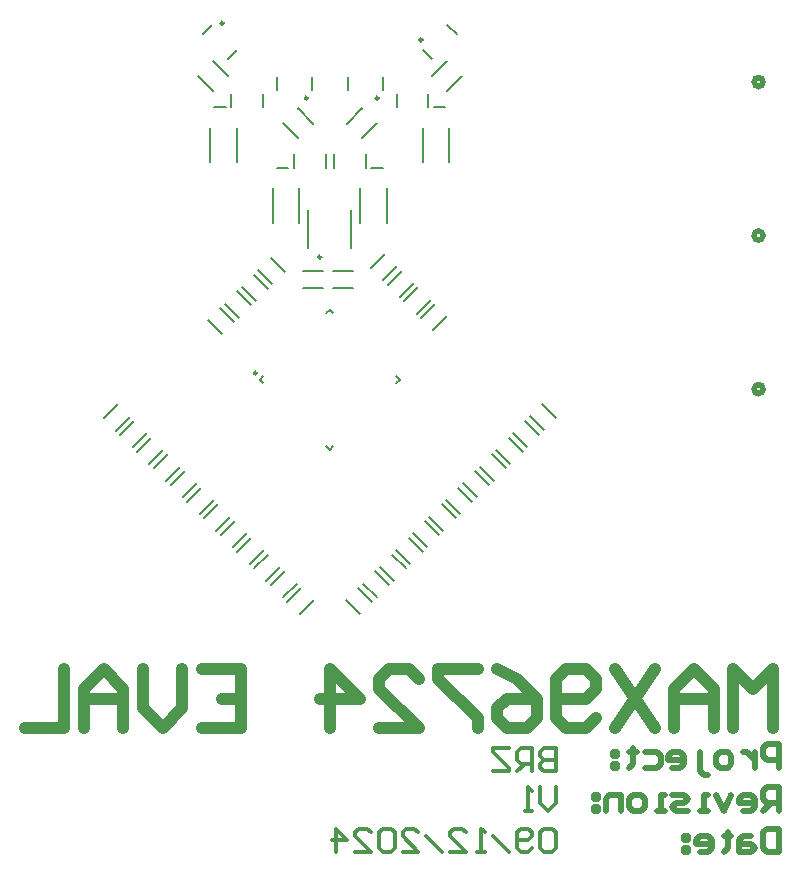
<source format=gbo>
G04*
G04 #@! TF.GenerationSoftware,Altium Limited,Altium Designer,24.4.1 (13)*
G04*
G04 Layer_Color=32896*
%FSLAX44Y44*%
%MOMM*%
G71*
G04*
G04 #@! TF.SameCoordinates,A59C2C85-A93C-4369-95B1-CFFD4854EA8D*
G04*
G04*
G04 #@! TF.FilePolarity,Positive*
G04*
G01*
G75*
%ADD11C,0.2500*%
%ADD12C,0.5080*%
%ADD13C,0.2000*%
%ADD69C,0.5000*%
%ADD105C,1.0000*%
%ADD112C,0.3500*%
D11*
X385018Y726910D02*
G03*
X385018Y726910I-1250J0D01*
G01*
X456250Y663500D02*
G03*
X456250Y663500I-1250J0D01*
G01*
X553340Y712768D02*
G03*
X553340Y712768I-1250J0D01*
G01*
X516250Y663500D02*
G03*
X516250Y663500I-1250J0D01*
G01*
X467750Y528779D02*
G03*
X467750Y528779I-1250J0D01*
G01*
X413317Y430657D02*
G03*
X413317Y430657I-1250J0D01*
G01*
D12*
X841810Y547034D02*
G03*
X841810Y547034I-3810J0D01*
G01*
Y677033D02*
G03*
X841810Y677033I-3810J0D01*
G01*
Y417034D02*
G03*
X841810Y417034I-3810J0D01*
G01*
D13*
X373500Y609469D02*
Y638531D01*
X396062Y638531D02*
X396062Y609469D01*
X563031Y656000D02*
X572531D01*
X531650Y655750D02*
Y667150D01*
X558350Y655750D02*
Y667150D01*
X430250Y604550D02*
X439750D01*
X444650Y615700D02*
X444650Y604300D01*
X471350D02*
X471350Y615700D01*
X426719Y557969D02*
X426719Y587031D01*
X449281Y587031D02*
X449281Y557969D01*
X391650Y655750D02*
Y667150D01*
X418350Y655750D02*
Y667150D01*
X377250Y656000D02*
X386750D01*
X553719Y609469D02*
Y638531D01*
X576281Y609469D02*
Y638531D01*
X478650Y604300D02*
X478650Y615700D01*
X505350D02*
X505350Y604300D01*
X500719Y557969D02*
Y587031D01*
X523281Y587031D02*
X523281Y557969D01*
X510250Y604550D02*
X519750Y604550D01*
X375929Y694657D02*
X388657Y681929D01*
X363343Y682071D02*
X363378Y682106D01*
X375894Y694622D02*
X375929Y694657D01*
X363343Y682071D02*
X376071Y669343D01*
X376106Y669378D01*
X388622Y681894D02*
X388657Y681929D01*
X447929Y654657D02*
X460657Y641929D01*
X435343Y642071D02*
X435378Y642106D01*
X447894Y654622D02*
X447929Y654657D01*
X435343Y642071D02*
X448071Y629343D01*
X448106Y629378D01*
X460622Y641894D02*
X460657Y641929D01*
X501929Y629343D02*
X514657Y642071D01*
X502071Y654657D02*
X502106Y654622D01*
X514622Y642106D02*
X514657Y642071D01*
X489343Y641929D02*
X502071Y654657D01*
X489343Y641929D02*
X489378Y641894D01*
X501894Y629378D02*
X501929Y629343D01*
X573929Y669343D02*
X586657Y682071D01*
X574071Y694657D02*
X574106Y694622D01*
X586622Y682106D02*
X586657Y682071D01*
X561343Y681929D02*
X574071Y694657D01*
X561343Y681929D02*
X561378Y681894D01*
X573894Y669378D02*
X573929Y669343D01*
X367681Y717541D02*
X375459Y725319D01*
X388541Y696681D02*
X396319Y704459D01*
X459750Y670500D02*
Y681500D01*
X430250Y670500D02*
Y681500D01*
X553681Y704459D02*
X561459Y696681D01*
X574541Y725319D02*
X582319Y717541D01*
X519750Y670500D02*
Y681500D01*
X490250Y670500D02*
Y681500D01*
X541676Y291159D02*
X553502Y279333D01*
X531264Y280747D02*
X543090Y268920D01*
X435402Y240640D02*
X447228Y252466D01*
X424990Y251052D02*
X436816Y262878D01*
X449544Y226498D02*
X461370Y238324D01*
X439132Y236910D02*
X450958Y248736D01*
X499042D02*
X510868Y236910D01*
X488630Y238324D02*
X500456Y226498D01*
X421260Y254782D02*
X433086Y266608D01*
X410848Y265194D02*
X422674Y277020D01*
X407118Y268924D02*
X418944Y280750D01*
X396706Y279336D02*
X408532Y291162D01*
X555610Y305304D02*
X567436Y293478D01*
X545198Y294892D02*
X557024Y283066D01*
X513184Y262878D02*
X525010Y251052D01*
X502772Y252466D02*
X514598Y240640D01*
X527534Y277017D02*
X539360Y265190D01*
X517122Y266605D02*
X528948Y254778D01*
X552269Y477326D02*
X564095Y489152D01*
X562681Y466914D02*
X574507Y478740D01*
X569752Y319447D02*
X581578Y307620D01*
X559340Y309035D02*
X571166Y297208D01*
X583894Y333589D02*
X595721Y321762D01*
X573482Y323177D02*
X585309Y311350D01*
X598036Y347731D02*
X609863Y335905D01*
X587625Y337319D02*
X599451Y325493D01*
X612179Y361873D02*
X624005Y350047D01*
X601767Y351461D02*
X613593Y339635D01*
X626321Y376015D02*
X638147Y364189D01*
X615909Y365603D02*
X627735Y353777D01*
X654605Y404299D02*
X666431Y392473D01*
X644193Y393887D02*
X656019Y382061D01*
X640463Y390157D02*
X652289Y378331D01*
X630051Y379745D02*
X641877Y367919D01*
X322113Y353625D02*
X333940Y365451D01*
X311701Y364037D02*
X323528Y375863D01*
X336255Y339483D02*
X348082Y351309D01*
X325844Y349895D02*
X337670Y361721D01*
X293829Y381909D02*
X305655Y393736D01*
X283417Y392321D02*
X295243Y404148D01*
X371957Y475205D02*
X383783Y463378D01*
X382369Y485616D02*
X394195Y473790D01*
X414383Y517631D02*
X426210Y505805D01*
X424795Y528043D02*
X436622Y516217D01*
X386099Y489347D02*
X397925Y477520D01*
X396511Y499759D02*
X408337Y487933D01*
X400241Y503489D02*
X412067Y491663D01*
X410653Y513901D02*
X422479Y502075D01*
X493250Y536279D02*
Y568279D01*
X456750Y536279D02*
Y568279D01*
X477495Y502490D02*
X494220D01*
X477495Y517215D02*
X494220D01*
X452495D02*
X469220D01*
X452495Y502490D02*
X469220Y502491D01*
X538127Y491468D02*
X549953Y503294D01*
X548539Y481056D02*
X560365Y492882D01*
X523985Y505610D02*
X535811Y517436D01*
X534397Y495198D02*
X546223Y507024D01*
X509843Y519752D02*
X521669Y531578D01*
X520255Y509340D02*
X532081Y521166D01*
X364691Y311350D02*
X376517Y323177D01*
X354279Y321762D02*
X366106Y333588D01*
X350549Y325493D02*
X362375Y337319D01*
X340137Y335905D02*
X351964Y347731D01*
X392976Y283066D02*
X404802Y294892D01*
X382564Y293478D02*
X394390Y305304D01*
X378834Y297208D02*
X390660Y309035D01*
X368422Y307620D02*
X380248Y319446D01*
X307971Y367767D02*
X319797Y379594D01*
X297559Y378179D02*
X309386Y390005D01*
X415603Y425000D02*
X418608Y428005D01*
X415603Y425000D02*
X418608Y421995D01*
X471995Y368608D02*
X475000Y365603D01*
X478005Y368608D01*
X531392Y421995D02*
X534397Y425000D01*
X531392Y428005D02*
X534397Y425000D01*
X471995Y481392D02*
X475000Y484397D01*
X478005Y481392D01*
D69*
X855000Y60000D02*
Y79994D01*
X845003D01*
X841671Y76661D01*
Y69997D01*
X845003Y66665D01*
X855000D01*
X848335D02*
X841671Y60000D01*
X825010D02*
X831674D01*
X835006Y63332D01*
Y69997D01*
X831674Y73329D01*
X825010D01*
X821677Y69997D01*
Y66665D01*
X835006D01*
X815013Y73329D02*
X808348Y60000D01*
X801684Y73329D01*
X795019Y60000D02*
X788355D01*
X791687D01*
Y73329D01*
X795019D01*
X778358Y60000D02*
X768361D01*
X765029Y63332D01*
X768361Y66665D01*
X775026D01*
X778358Y69997D01*
X775026Y73329D01*
X765029D01*
X758364Y60000D02*
X751700D01*
X755032D01*
Y73329D01*
X758364D01*
X738371Y60000D02*
X731706D01*
X728374Y63332D01*
Y69997D01*
X731706Y73329D01*
X738371D01*
X741703Y69997D01*
Y63332D01*
X738371Y60000D01*
X721710D02*
Y73329D01*
X711713D01*
X708381Y69997D01*
Y60000D01*
X701716Y73329D02*
X698384D01*
Y69997D01*
X701716D01*
Y73329D01*
Y63332D02*
X698384D01*
Y60000D01*
X701716D01*
Y63332D01*
X855000Y96664D02*
Y116658D01*
X845003D01*
X841671Y113326D01*
Y106661D01*
X845003Y103329D01*
X855000D01*
X835006Y109993D02*
Y96664D01*
Y103329D01*
X831674Y106661D01*
X828342Y109993D01*
X825010D01*
X811681Y96664D02*
X805016D01*
X801684Y99997D01*
Y106661D01*
X805016Y109993D01*
X811681D01*
X815013Y106661D01*
Y99997D01*
X811681Y96664D01*
X795019Y90000D02*
X791687D01*
X788355Y93332D01*
Y109993D01*
X765029Y96664D02*
X771693D01*
X775026Y99997D01*
Y106661D01*
X771693Y109993D01*
X765029D01*
X761697Y106661D01*
Y103329D01*
X775026D01*
X741703Y109993D02*
X751700D01*
X755032Y106661D01*
Y99997D01*
X751700Y96664D01*
X741703D01*
X731706Y113326D02*
Y109993D01*
X735039D01*
X728374D01*
X731706D01*
Y99997D01*
X728374Y96664D01*
X718377Y109993D02*
X715045D01*
Y106661D01*
X718377D01*
Y109993D01*
Y99997D02*
X715045D01*
Y96664D01*
X718377D01*
Y99997D01*
X855000Y44994D02*
Y25000D01*
X845003D01*
X841671Y28332D01*
Y41661D01*
X845003Y44994D01*
X855000D01*
X831674Y38329D02*
X825010D01*
X821677Y34997D01*
Y25000D01*
X831674D01*
X835006Y28332D01*
X831674Y31665D01*
X821677D01*
X811681Y41661D02*
Y38329D01*
X815013D01*
X808348D01*
X811681D01*
Y28332D01*
X808348Y25000D01*
X788355D02*
X795019D01*
X798352Y28332D01*
Y34997D01*
X795019Y38329D01*
X788355D01*
X785023Y34997D01*
Y31665D01*
X798352D01*
X778358Y38329D02*
X775026D01*
Y34997D01*
X778358D01*
Y38329D01*
Y28332D02*
X775026D01*
Y25000D01*
X778358D01*
Y28332D01*
D105*
X850000Y130000D02*
Y179984D01*
X833339Y163323D01*
X816677Y179984D01*
Y130000D01*
X800016D02*
Y163323D01*
X783355Y179984D01*
X766694Y163323D01*
Y130000D01*
Y154992D01*
X800016D01*
X750032Y179984D02*
X716710Y130000D01*
Y179984D02*
X750032Y130000D01*
X700049Y138331D02*
X691718Y130000D01*
X675057D01*
X666726Y138331D01*
Y171653D01*
X675057Y179984D01*
X691718D01*
X700049Y171653D01*
Y163323D01*
X691718Y154992D01*
X666726D01*
X616742Y179984D02*
X633403Y171653D01*
X650065Y154992D01*
Y138331D01*
X641734Y130000D01*
X625073D01*
X616742Y138331D01*
Y146661D01*
X625073Y154992D01*
X650065D01*
X600081Y179984D02*
X566758D01*
Y171653D01*
X600081Y138331D01*
Y130000D01*
X516774D02*
X550097D01*
X516774Y163323D01*
Y171653D01*
X525105Y179984D01*
X541766D01*
X550097Y171653D01*
X475121Y130000D02*
Y179984D01*
X500113Y154992D01*
X466791D01*
X366823Y179984D02*
X400145D01*
Y130000D01*
X366823D01*
X400145Y154992D02*
X383484D01*
X350162Y179984D02*
Y146661D01*
X333500Y130000D01*
X316839Y146661D01*
Y179984D01*
X300178Y130000D02*
Y163323D01*
X283516Y179984D01*
X266855Y163323D01*
Y130000D01*
Y154992D01*
X300178D01*
X250194Y179984D02*
Y130000D01*
X216871D01*
D112*
X666500Y79994D02*
Y66665D01*
X659836Y60000D01*
X653171Y66665D01*
Y79994D01*
X646507Y60000D02*
X639842D01*
X643174D01*
Y79994D01*
X646507Y76661D01*
X666500Y41661D02*
X663168Y44994D01*
X656503D01*
X653171Y41661D01*
Y28332D01*
X656503Y25000D01*
X663168D01*
X666500Y28332D01*
Y41661D01*
X646507Y28332D02*
X643174Y25000D01*
X636510D01*
X633177Y28332D01*
Y41661D01*
X636510Y44994D01*
X643174D01*
X646507Y41661D01*
Y38329D01*
X643174Y34997D01*
X633177D01*
X626513Y25000D02*
X613184Y38329D01*
X606519Y25000D02*
X599855D01*
X603187D01*
Y44994D01*
X606519Y41661D01*
X576529Y25000D02*
X589858D01*
X576529Y38329D01*
Y41661D01*
X579861Y44994D01*
X586526D01*
X589858Y41661D01*
X569865Y25000D02*
X556535Y38329D01*
X536542Y25000D02*
X549871D01*
X536542Y38329D01*
Y41661D01*
X539874Y44994D01*
X546539D01*
X549871Y41661D01*
X529877D02*
X526545Y44994D01*
X519881D01*
X516548Y41661D01*
Y28332D01*
X519881Y25000D01*
X526545D01*
X529877Y28332D01*
Y41661D01*
X496555Y25000D02*
X509884D01*
X496555Y38329D01*
Y41661D01*
X499887Y44994D01*
X506552D01*
X509884Y41661D01*
X479893Y25000D02*
Y44994D01*
X489890Y34997D01*
X476561D01*
X666500Y113326D02*
Y93332D01*
X656503D01*
X653171Y96664D01*
Y99997D01*
X656503Y103329D01*
X666500D01*
X656503D01*
X653171Y106661D01*
Y109993D01*
X656503Y113326D01*
X666500D01*
X646507Y93332D02*
Y113326D01*
X636510D01*
X633177Y109993D01*
Y103329D01*
X636510Y99997D01*
X646507D01*
X639842D02*
X633177Y93332D01*
X626513Y113326D02*
X613184D01*
Y109993D01*
X626513Y96664D01*
Y93332D01*
X613184D01*
M02*

</source>
